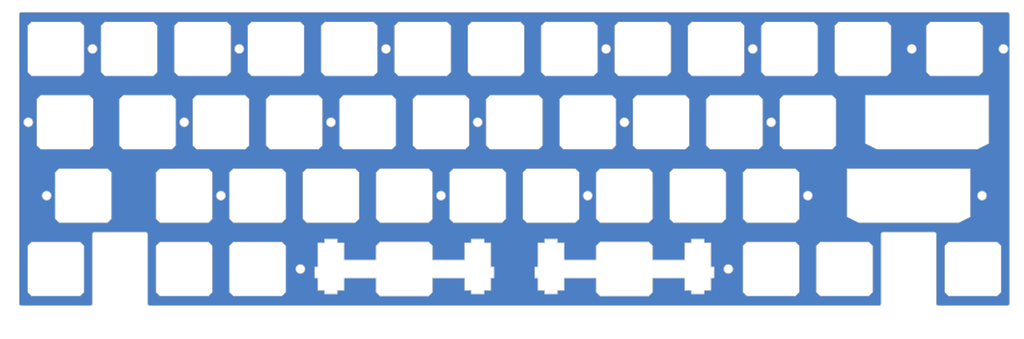
<source format=kicad_pcb>
(kicad_pcb (version 20221018) (generator pcbnew)
  (layers (0 "F.Cu" signal) (31 "B.Cu" signal) (34 "B.Paste" user) (35 "F.Paste" user) (36 "B.SilkS" user "B.Silkscreen") (37 "F.SilkS" user "F.Silkscreen") (38 "B.Mask" user) (39 "F.Mask" user) (44 "Edge.Cuts" user))
  (net 0 "")
  (net 1 "GND")
  (footprint "cipulot_parts:ecs_plate_cut_1U" (layer "F.Cu") (at 26.9875 91.28125)
    (fp_text reference "REF**")
    (fp_text value "Value " hide)
    (fp_line (start -7.3 -6) (end -7.3 6) (stroke (width 0.12)) (layer "Edge.Cuts"))
    (fp_line (start -7.3 6) (end -6.3 7) (stroke (width 0.12)) (layer "Edge.Cuts"))
    (fp_line (start -6.3 -7) (end -7.3 -6) (stroke (width 0.12)) (layer "Edge.Cuts"))
    (fp_line (start -6.3 7) (end 6.3 7) (stroke (width 0.12)) (layer "Edge.Cuts"))
    (fp_line (start 6.3 -7) (end -6.3 -7) (stroke (width 0.12)) (layer "Edge.Cuts"))
    (fp_line (start 6.3 -7) (end 7.3 -6) (stroke (width 0.12)) (layer "Edge.Cuts"))
    (fp_line (start 6.3 7) (end 7.3 6) (stroke (width 0.12)) (layer "Edge.Cuts"))
    (fp_line (start 7.3 6) (end 7.3 -6) (stroke (width 0.12)) (layer "Edge.Cuts"))
  )
  (footprint "cipulot_parts:ecs_plate_cut_1U" (layer "F.Cu") (at 136.525 72.23125)
    (fp_text reference "REF**")
    (fp_text value "Value " hide)
    (fp_line (start -7.3 -6) (end -7.3 6) (stroke (width 0.12)) (layer "Edge.Cuts"))
    (fp_line (start -7.3 6) (end -6.3 7) (stroke (width 0.12)) (layer "Edge.Cuts"))
    (fp_line (start -6.3 -7) (end -7.3 -6) (stroke (width 0.12)) (layer "Edge.Cuts"))
    (fp_line (start -6.3 7) (end 6.3 7) (stroke (width 0.12)) (layer "Edge.Cuts"))
    (fp_line (start 6.3 -7) (end -6.3 -7) (stroke (width 0.12)) (layer "Edge.Cuts"))
    (fp_line (start 6.3 -7) (end 7.3 -6) (stroke (width 0.12)) (layer "Edge.Cuts"))
    (fp_line (start 6.3 7) (end 7.3 6) (stroke (width 0.12)) (layer "Edge.Cuts"))
    (fp_line (start 7.3 6) (end 7.3 -6) (stroke (width 0.12)) (layer "Edge.Cuts"))
  )
  (footprint "cipulot_parts:ecs_plate_cut_1U" (layer "F.Cu") (at 146.05 53.18125)
    (fp_text reference "REF**")
    (fp_text value "Value " hide)
    (fp_line (start -7.3 -6) (end -7.3 6) (stroke (width 0.12)) (layer "Edge.Cuts"))
    (fp_line (start -7.3 6) (end -6.3 7) (stroke (width 0.12)) (layer "Edge.Cuts"))
    (fp_line (start -6.3 -7) (end -7.3 -6) (stroke (width 0.12)) (layer "Edge.Cuts"))
    (fp_line (start -6.3 7) (end 6.3 7) (stroke (width 0.12)) (layer "Edge.Cuts"))
    (fp_line (start 6.3 -7) (end -6.3 -7) (stroke (width 0.12)) (layer "Edge.Cuts"))
    (fp_line (start 6.3 -7) (end 7.3 -6) (stroke (width 0.12)) (layer "Edge.Cuts"))
    (fp_line (start 6.3 7) (end 7.3 6) (stroke (width 0.12)) (layer "Edge.Cuts"))
    (fp_line (start 7.3 6) (end 7.3 -6) (stroke (width 0.12)) (layer "Edge.Cuts"))
  )
  (footprint "cipulot_parts:ecs_plate_cut_1U" (layer "F.Cu") (at 46.0375 34.13125)
    (fp_text reference "REF**")
    (fp_text value "Value " hide)
    (fp_line (start -7.3 -6) (end -7.3 6) (stroke (width 0.12)) (layer "Edge.Cuts"))
    (fp_line (start -7.3 6) (end -6.3 7) (stroke (width 0.12)) (layer "Edge.Cuts"))
    (fp_line (start -6.3 -7) (end -7.3 -6) (stroke (width 0.12)) (layer "Edge.Cuts"))
    (fp_line (start -6.3 7) (end 6.3 7) (stroke (width 0.12)) (layer "Edge.Cuts"))
    (fp_line (start 6.3 -7) (end -6.3 -7) (stroke (width 0.12)) (layer "Edge.Cuts"))
    (fp_line (start 6.3 -7) (end 7.3 -6) (stroke (width 0.12)) (layer "Edge.Cuts"))
    (fp_line (start 6.3 7) (end 7.3 6) (stroke (width 0.12)) (layer "Edge.Cuts"))
    (fp_line (start 7.3 6) (end 7.3 -6) (stroke (width 0.12)) (layer "Edge.Cuts"))
  )
  (footprint "cipulot_parts:ecs_plate_cut_1U" (layer "F.Cu") (at 231.775 91.28125)
    (fp_text reference "REF**")
    (fp_text value "Value " hide)
    (fp_line (start -7.3 -6) (end -7.3 6) (stroke (width 0.12)) (layer "Edge.Cuts"))
    (fp_line (start -7.3 6) (end -6.3 7) (stroke (width 0.12)) (layer "Edge.Cuts"))
    (fp_line (start -6.3 -7) (end -7.3 -6) (stroke (width 0.12)) (layer "Edge.Cuts"))
    (fp_line (start -6.3 7) (end 6.3 7) (stroke (width 0.12)) (layer "Edge.Cuts"))
    (fp_line (start 6.3 -7) (end -6.3 -7) (stroke (width 0.12)) (layer "Edge.Cuts"))
    (fp_line (start 6.3 -7) (end 7.3 -6) (stroke (width 0.12)) (layer "Edge.Cuts"))
    (fp_line (start 6.3 7) (end 7.3 6) (stroke (width 0.12)) (layer "Edge.Cuts"))
    (fp_line (start 7.3 6) (end 7.3 -6) (stroke (width 0.12)) (layer "Edge.Cuts"))
  )
  (footprint "cipulot_parts:ecs_plate_cut_1U" (layer "F.Cu") (at 79.375 72.23125)
    (fp_text reference "REF**")
    (fp_text value "Value " hide)
    (fp_line (start -7.3 -6) (end -7.3 6) (stroke (width 0.12)) (layer "Edge.Cuts"))
    (fp_line (start -7.3 6) (end -6.3 7) (stroke (width 0.12)) (layer "Edge.Cuts"))
    (fp_line (start -6.3 -7) (end -7.3 -6) (stroke (width 0.12)) (layer "Edge.Cuts"))
    (fp_line (start -6.3 7) (end 6.3 7) (stroke (width 0.12)) (layer "Edge.Cuts"))
    (fp_line (start 6.3 -7) (end -6.3 -7) (stroke (width 0.12)) (layer "Edge.Cuts"))
    (fp_line (start 6.3 -7) (end 7.3 -6) (stroke (width 0.12)) (layer "Edge.Cuts"))
    (fp_line (start 6.3 7) (end 7.3 6) (stroke (width 0.12)) (layer "Edge.Cuts"))
    (fp_line (start 7.3 6) (end 7.3 -6) (stroke (width 0.12)) (layer "Edge.Cuts"))
  )
  (footprint "cipulot_parts:ecs_plate_cut_1U" (layer "F.Cu") (at 88.9 53.18125)
    (fp_text reference "REF**")
    (fp_text value "Value " hide)
    (fp_line (start -7.3 -6) (end -7.3 6) (stroke (width 0.12)) (layer "Edge.Cuts"))
    (fp_line (start -7.3 6) (end -6.3 7) (stroke (width 0.12)) (layer "Edge.Cuts"))
    (fp_line (start -6.3 -7) (end -7.3 -6) (stroke (width 0.12)) (layer "Edge.Cuts"))
    (fp_line (start -6.3 7) (end 6.3 7) (stroke (width 0.12)) (layer "Edge.Cuts"))
    (fp_line (start 6.3 -7) (end -6.3 -7) (stroke (width 0.12)) (layer "Edge.Cuts"))
    (fp_line (start 6.3 -7) (end 7.3 -6) (stroke (width 0.12)) (layer "Edge.Cuts"))
    (fp_line (start 6.3 7) (end 7.3 6) (stroke (width 0.12)) (layer "Edge.Cuts"))
    (fp_line (start 7.3 6) (end 7.3 -6) (stroke (width 0.12)) (layer "Edge.Cuts"))
  )
  (footprint "cipulot_parts:ecs_plate_cut_1U" (layer "F.Cu") (at 260.35 34.13125)
    (fp_text reference "REF**")
    (fp_text value "Value " hide)
    (fp_line (start -7.3 -6) (end -7.3 6) (stroke (width 0.12)) (layer "Edge.Cuts"))
    (fp_line (start -7.3 6) (end -6.3 7) (stroke (width 0.12)) (layer "Edge.Cuts"))
    (fp_line (start -6.3 -7) (end -7.3 -6) (stroke (width 0.12)) (layer "Edge.Cuts"))
    (fp_line (start -6.3 7) (end 6.3 7) (stroke (width 0.12)) (layer "Edge.Cuts"))
    (fp_line (start 6.3 -7) (end -6.3 -7) (stroke (width 0.12)) (layer "Edge.Cuts"))
    (fp_line (start 6.3 -7) (end 7.3 -6) (stroke (width 0.12)) (layer "Edge.Cuts"))
    (fp_line (start 6.3 7) (end 7.3 6) (stroke (width 0.12)) (layer "Edge.Cuts"))
    (fp_line (start 7.3 6) (end 7.3 -6) (stroke (width 0.12)) (layer "Edge.Cuts"))
  )
  (footprint "cipulot_parts:ecs_plate_cut_1U" (layer "F.Cu") (at 127 53.18125)
    (fp_text reference "REF**")
    (fp_text value "Value " hide)
    (fp_line (start -7.3 -6) (end -7.3 6) (stroke (width 0.12)) (layer "Edge.Cuts"))
    (fp_line (start -7.3 6) (end -6.3 7) (stroke (width 0.12)) (layer "Edge.Cuts"))
    (fp_line (start -6.3 -7) (end -7.3 -6) (stroke (width 0.12)) (layer "Edge.Cuts"))
    (fp_line (start -6.3 7) (end 6.3 7) (stroke (width 0.12)) (layer "Edge.Cuts"))
    (fp_line (start 6.3 -7) (end -6.3 -7) (stroke (width 0.12)) (layer "Edge.Cuts"))
    (fp_line (start 6.3 -7) (end 7.3 -6) (stroke (width 0.12)) (layer "Edge.Cuts"))
    (fp_line (start 6.3 7) (end 7.3 6) (stroke (width 0.12)) (layer "Edge.Cuts"))
    (fp_line (start 7.3 6) (end 7.3 -6) (stroke (width 0.12)) (layer "Edge.Cuts"))
  )
  (footprint "cipulot_parts:ecs_plate_cut_1U" (layer "F.Cu") (at 198.4375 34.13125)
    (fp_text reference "REF**")
    (fp_text value "Value " hide)
    (fp_line (start -7.3 -6) (end -7.3 6) (stroke (width 0.12)) (layer "Edge.Cuts"))
    (fp_line (start -7.3 6) (end -6.3 7) (stroke (width 0.12)) (layer "Edge.Cuts"))
    (fp_line (start -6.3 -7) (end -7.3 -6) (stroke (width 0.12)) (layer "Edge.Cuts"))
    (fp_line (start -6.3 7) (end 6.3 7) (stroke (width 0.12)) (layer "Edge.Cuts"))
    (fp_line (start 6.3 -7) (end -6.3 -7) (stroke (width 0.12)) (layer "Edge.Cuts"))
    (fp_line (start 6.3 -7) (end 7.3 -6) (stroke (width 0.12)) (layer "Edge.Cuts"))
    (fp_line (start 6.3 7) (end 7.3 6) (stroke (width 0.12)) (layer "Edge.Cuts"))
    (fp_line (start 7.3 6) (end 7.3 -6) (stroke (width 0.12)) (layer "Edge.Cuts"))
  )
  (footprint "cipulot_parts:ecs_plate_cut_1U" (layer "F.Cu") (at 203.2 53.18125)
    (fp_text reference "REF**")
    (fp_text value "Value " hide)
    (fp_line (start -7.3 -6) (end -7.3 6) (stroke (width 0.12)) (layer "Edge.Cuts"))
    (fp_line (start -7.3 6) (end -6.3 7) (stroke (width 0.12)) (layer "Edge.Cuts"))
    (fp_line (start -6.3 -7) (end -7.3 -6) (stroke (width 0.12)) (layer "Edge.Cuts"))
    (fp_line (start -6.3 7) (end 6.3 7) (stroke (width 0.12)) (layer "Edge.Cuts"))
    (fp_line (start 6.3 -7) (end -6.3 -7) (stroke (width 0.12)) (layer "Edge.Cuts"))
    (fp_line (start 6.3 -7) (end 7.3 -6) (stroke (width 0.12)) (layer "Edge.Cuts"))
    (fp_line (start 6.3 7) (end 7.3 6) (stroke (width 0.12)) (layer "Edge.Cuts"))
    (fp_line (start 7.3 6) (end 7.3 -6) (stroke (width 0.12)) (layer "Edge.Cuts"))
  )
  (footprint "cipulot_parts:ecs_plate_cut_1U" (layer "F.Cu") (at 165.1 53.18125)
    (fp_text reference "REF**")
    (fp_text value "Value " hide)
    (fp_line (start -7.3 -6) (end -7.3 6) (stroke (width 0.12)) (layer "Edge.Cuts"))
    (fp_line (start -7.3 6) (end -6.3 7) (stroke (width 0.12)) (layer "Edge.Cuts"))
    (fp_line (start -6.3 -7) (end -7.3 -6) (stroke (width 0.12)) (layer "Edge.Cuts"))
    (fp_line (start -6.3 7) (end 6.3 7) (stroke (width 0.12)) (layer "Edge.Cuts"))
    (fp_line (start 6.3 -7) (end -6.3 -7) (stroke (width 0.12)) (layer "Edge.Cuts"))
    (fp_line (start 6.3 -7) (end 7.3 -6) (stroke (width 0.12)) (layer "Edge.Cuts"))
    (fp_line (start 6.3 7) (end 7.3 6) (stroke (width 0.12)) (layer "Edge.Cuts"))
    (fp_line (start 7.3 6) (end 7.3 -6) (stroke (width 0.12)) (layer "Edge.Cuts"))
  )
  (footprint "cipulot_parts:ecs_plate_cut_1U" (layer "F.Cu") (at 217.4875 34.13125)
    (fp_text reference "REF**")
    (fp_text value "Value " hide)
    (fp_line (start -7.3 -6) (end -7.3 6) (stroke (width 0.12)) (layer "Edge.Cuts"))
    (fp_line (start -7.3 6) (end -6.3 7) (stroke (width 0.12)) (layer "Edge.Cuts"))
    (fp_line (start -6.3 -7) (end -7.3 -6) (stroke (width 0.12)) (layer "Edge.Cuts"))
    (fp_line (start -6.3 7) (end 6.3 7) (stroke (width 0.12)) (layer "Edge.Cuts"))
    (fp_line (start 6.3 -7) (end -6.3 -7) (stroke (width 0.12)) (layer "Edge.Cuts"))
    (fp_line (start 6.3 -7) (end 7.3 -6) (stroke (width 0.12)) (layer "Edge.Cuts"))
    (fp_line (start 6.3 7) (end 7.3 6) (stroke (width 0.12)) (layer "Edge.Cuts"))
    (fp_line (start 7.3 6) (end 7.3 -6) (stroke (width 0.12)) (layer "Edge.Cuts"))
  )
  (footprint "cipulot_parts:ecs_plate_cut_1U" (layer "F.Cu") (at 117.475 72.23125)
    (fp_text reference "REF**")
    (fp_text value "Value " hide)
    (fp_line (start -7.3 -6) (end -7.3 6) (stroke (width 0.12)) (layer "Edge.Cuts"))
    (fp_line (start -7.3 6) (end -6.3 7) (stroke (width 0.12)) (layer "Edge.Cuts"))
    (fp_line (start -6.3 -7) (end -7.3 -6) (stroke (width 0.12)) (layer "Edge.Cuts"))
    (fp_line (start -6.3 7) (end 6.3 7) (stroke (width 0.12)) (layer "Edge.Cuts"))
    (fp_line (start 6.3 -7) (end -6.3 -7) (stroke (width 0.12)) (layer "Edge.Cuts"))
    (fp_line (start 6.3 -7) (end 7.3 -6) (stroke (width 0.12)) (layer "Edge.Cuts"))
    (fp_line (start 6.3 7) (end 7.3 6) (stroke (width 0.12)) (layer "Edge.Cuts"))
    (fp_line (start 7.3 6) (end 7.3 -6) (stroke (width 0.12)) (layer "Edge.Cuts"))
  )
  (footprint "cipulot_parts:ecs_plate_cut_1U" (layer "F.Cu") (at 84.137501 34.13125)
    (fp_text reference "REF**")
    (fp_text value "Value " hide)
    (fp_line (start -7.3 -6) (end -7.3 6) (stroke (width 0.12)) (layer "Edge.Cuts"))
    (fp_line (start -7.3 6) (end -6.3 7) (stroke (width 0.12)) (layer "Edge.Cuts"))
    (fp_line (start -6.3 -7) (end -7.3 -6) (stroke (width 0.12)) (layer "Edge.Cuts"))
    (fp_line (start -6.3 7) (end 6.3 7) (stroke (width 0.12)) (layer "Edge.Cuts"))
    (fp_line (start 6.3 -7) (end -6.3 -7) (stroke (width 0.12)) (layer "Edge.Cuts"))
    (fp_line (start 6.3 -7) (end 7.3 -6) (stroke (width 0.12)) (layer "Edge.Cuts"))
    (fp_line (start 6.3 7) (end 7.3 6) (stroke (width 0.12)) (layer "Edge.Cuts"))
    (fp_line (start 7.3 6) (end 7.3 -6) (stroke (width 0.12)) (layer "Edge.Cuts"))
  )
  (footprint "cipulot_parts:ecs_plate_cut_1U" (layer "F.Cu") (at 34.13125 72.23125)
    (fp_text reference "REF**")
    (fp_text value "Value " hide)
    (fp_line (start -7.3 -6) (end -7.3 6) (stroke (width 0.12)) (layer "Edge.Cuts"))
    (fp_line (start -7.3 6) (end -6.3 7) (stroke (width 0.12)) (layer "Edge.Cuts"))
    (fp_line (start -6.3 -7) (end -7.3 -6) (stroke (width 0.12)) (layer "Edge.Cuts"))
    (fp_line (start -6.3 7) (end 6.3 7) (stroke (width 0.12)) (layer "Edge.Cuts"))
    (fp_line (start 6.3 -7) (end -6.3 -7) (stroke (width 0.12)) (layer "Edge.Cuts"))
    (fp_line (start 6.3 -7) (end 7.3 -6) (stroke (width 0.12)) (layer "Edge.Cuts"))
    (fp_line (start 6.3 7) (end 7.3 6) (stroke (width 0.12)) (layer "Edge.Cuts"))
    (fp_line (start 7.3 6) (end 7.3 -6) (stroke (width 0.12)) (layer "Edge.Cuts"))
  )
  (footprint "cipulot_parts:ecs_plate_cut_1U" (layer "F.Cu") (at 155.575 72.23125)
    (fp_text reference "REF**")
    (fp_text value "Value " hide)
    (fp_line (start -7.3 -6) (end -7.3 6) (stroke (width 0.12)) (layer "Edge.Cuts"))
    (fp_line (start -7.3 6) (end -6.3 7) (stroke (width 0.12)) (layer "Edge.Cuts"))
    (fp_line (start -6.3 -7) (end -7.3 -6) (stroke (width 0.12)) (layer "Edge.Cuts"))
    (fp_line (start -6.3 7) (end 6.3 7) (stroke (width 0.12)) (layer "Edge.Cuts"))
    (fp_line (start 6.3 -7) (end -6.3 -7) (stroke (width 0.12)) (layer "Edge.Cuts"))
    (fp_line (start 6.3 -7) (end 7.3 -6) (stroke (width 0.12)) (layer "Edge.Cuts"))
    (fp_line (start 6.3 7) (end 7.3 6) (stroke (width 0.12)) (layer "Edge.Cuts"))
    (fp_line (start 7.3 6) (end 7.3 -6) (stroke (width 0.12)) (layer "Edge.Cuts"))
  )
  (footprint "cipulot_parts:ecs_plate_cut_1U" (layer "F.Cu") (at 60.325 72.23125)
    (fp_text reference "REF**")
    (fp_text value "Value " hide)
    (fp_line (start -7.3 -6) (end -7.3 6) (stroke (width 0.12)) (layer "Edge.Cuts"))
    (fp_line (start -7.3 6) (end -6.3 7) (stroke (width 0.12)) (layer "Edge.Cuts"))
    (fp_line (start -6.3 -7) (end -7.3 -6) (stroke (width 0.12)) (layer "Edge.Cuts"))
    (fp_line (start -6.3 7) (end 6.3 7) (stroke (width 0.12)) (layer "Edge.Cuts"))
    (fp_line (start 6.3 -7) (end -6.3 -7) (stroke (width 0.12)) (layer "Edge.Cuts"))
    (fp_line (start 6.3 -7) (end 7.3 -6) (stroke (width 0.12)) (layer "Edge.Cuts"))
    (fp_line (start 6.3 7) (end 7.3 6) (stroke (width 0.12)) (layer "Edge.Cuts"))
    (fp_line (start 7.3 6) (end 7.3 -6) (stroke (width 0.12)) (layer "Edge.Cuts"))
  )
  (footprint "cipulot_parts:ecs_plate_cut_1U" (layer "F.Cu") (at 50.8 53.18125)
    (fp_text reference "REF**")
    (fp_text value "Value " hide)
    (fp_line (start -7.3 -6) (end -7.3 6) (stroke (width 0.12)) (layer "Edge.Cuts"))
    (fp_line (start -7.3 6) (end -6.3 7) (stroke (width 0.12)) (layer "Edge.Cuts"))
    (fp_line (start -6.3 -7) (end -7.3 -6) (stroke (width 0.12)) (layer "Edge.Cuts"))
    (fp_line (start -6.3 7) (end 6.3 7) (stroke (width 0.12)) (layer "Edge.Cuts"))
    (fp_line (start 6.3 -7) (end -6.3 -7) (stroke (width 0.12)) (layer "Edge.Cuts"))
    (fp_line (start 6.3 -7) (end 7.3 -6) (stroke (width 0.12)) (layer "Edge.Cuts"))
    (fp_line (start 6.3 7) (end 7.3 6) (stroke (width 0.12)) (layer "Edge.Cuts"))
    (fp_line (start 7.3 6) (end 7.3 -6) (stroke (width 0.12)) (layer "Edge.Cuts"))
  )
  (footprint "cipulot_parts:ecs_plate_cut_1U" (layer "F.Cu") (at 107.95 53.18125)
    (fp_text reference "REF**")
    (fp_text value "Value " hide)
    (fp_line (start -7.3 -6) (end -7.3 6) (stroke (width 0.12)) (layer "Edge.Cuts"))
    (fp_line (start -7.3 6) (end -6.3 7) (stroke (width 0.12)) (layer "Edge.Cuts"))
    (fp_line (start -6.3 -7) (end -7.3 -6) (stroke (width 0.12)) (layer "Edge.Cuts"))
    (fp_line (start -6.3 7) (end 6.3 7) (stroke (width 0.12)) (layer "Edge.Cuts"))
    (fp_line (start 6.3 -7) (end -6.3 -7) (stroke (width 0.12)) (layer "Edge.Cuts"))
    (fp_line (start 6.3 -7) (end 7.3 -6) (stroke (width 0.12)) (layer "Edge.Cuts"))
    (fp_line (start 6.3 7) (end 7.3 6) (stroke (width 0.12)) (layer "Edge.Cuts"))
    (fp_line (start 7.3 6) (end 7.3 -6) (stroke (width 0.12)) (layer "Edge.Cuts"))
  )
  (footprint "cipulot_parts:ecs_plate_cut_1U" (layer "F.Cu") (at 65.0875 34.13125)
    (fp_text reference "REF**")
    (fp_text value "Value " hide)
    (fp_line (start -7.3 -6) (end -7.3 6) (stroke (width 0.12)) (layer "Edge.Cuts"))
    (fp_line (start -7.3 6) (end -6.3 7) (stroke (width 0.12)) (layer "Edge.Cuts"))
    (fp_line (start -6.3 -7) (end -7.3 -6) (stroke (width 0.12)) (layer "Edge.Cuts"))
    (fp_line (start -6.3 7) (end 6.3 7) (stroke (width 0.12)) (layer "Edge.Cuts"))
    (fp_line (start 6.3 -7) (end -6.3 -7) (stroke (width 0.12)) (layer "Edge.Cuts"))
    (fp_line (start 6.3 -7) (end 7.3 -6) (stroke (width 0.12)) (layer "Edge.Cuts"))
    (fp_line (start 6.3 7) (end 7.3 6) (stroke (width 0.12)) (layer "Edge.Cuts"))
    (fp_line (start 7.3 6) (end 7.3 -6) (stroke (width 0.12)) (layer "Edge.Cuts"))
  )
  (footprint "cipulot_parts:ecs_plate_cut_1U" (layer "F.Cu") (at 141.2875 34.13125)
    (fp_text reference "REF**")
    (fp_text value "Value " hide)
    (fp_line (start -7.3 -6) (end -7.3 6) (stroke (width 0.12)) (layer "Edge.Cuts"))
    (fp_line (start -7.3 6) (end -6.3 7) (stroke (width 0.12)) (layer "Edge.Cuts"))
    (fp_line (start -6.3 -7) (end -7.3 -6) (stroke (width 0.12)) (layer "Edge.Cuts"))
    (fp_line (start -6.3 7) (end 6.3 7) (stroke (width 0.12)) (layer "Edge.Cuts"))
    (fp_line (start 6.3 -7) (end -6.3 -7) (stroke (width 0.12)) (layer "Edge.Cuts"))
    (fp_line (start 6.3 -7) (end 7.3 -6) (stroke (width 0.12)) (layer "Edge.Cuts"))
    (fp_line (start 6.3 7) (end 7.3 6) (stroke (width 0.12)) (layer "Edge.Cuts"))
    (fp_line (start 7.3 6) (end 7.3 -6) (stroke (width 0.12)) (layer "Edge.Cuts"))
  )
  (footprint "cipulot_parts:ecs_plate_cut_1U" (layer "F.Cu") (at 29.36875 53.18125)
    (fp_text reference "REF**")
    (fp_text value "Value " hide)
    (fp_line (start -7.3 -6) (end -7.3 6) (stroke (width 0.12)) (layer "Edge.Cuts"))
    (fp_line (start -7.3 6) (end -6.3 7) (stroke (width 0.12)) (layer "Edge.Cuts"))
    (fp_line (start -6.3 -7) (end -7.3 -6) (stroke (width 0.12)) (layer "Edge.Cuts"))
    (fp_line (start -6.3 7) (end 6.3 7) (stroke (width 0.12)) (layer "Edge.Cuts"))
    (fp_line (start 6.3 -7) (end -6.3 -7) (stroke (width 0.12)) (layer "Edge.Cuts"))
    (fp_line (start 6.3 -7) (end 7.3 -6) (stroke (width 0.12)) (layer "Edge.Cuts"))
    (fp_line (start 6.3 7) (end 7.3 6) (stroke (width 0.12)) (layer "Edge.Cuts"))
    (fp_line (start 7.3 6) (end 7.3 -6) (stroke (width 0.12)) (layer "Edge.Cuts"))
  )
  (footprint "cipulot_parts:ecs_plate_cut_1U" (layer "F.Cu") (at 160.3375 34.13125)
    (fp_text reference "REF**")
    (fp_text value "Value " hide)
    (fp_line (start -7.3 -6) (end -7.3 6) (stroke (width 0.12)) (layer "Edge.Cuts"))
    (fp_line (start -7.3 6) (end -6.3 7) (stroke (width 0.12)) (layer "Edge.Cuts"))
    (fp_line (start -6.3 -7) (end -7.3 -6) (stroke (width 0.12)) (layer "Edge.Cuts"))
    (fp_line (start -6.3 7) (end 6.3 7) (stroke (width 0.12)) (layer "Edge.Cuts"))
    (fp_line (start 6.3 -7) (end -6.3 -7) (stroke (width 0.12)) (layer "Edge.Cuts"))
    (fp_line (start 6.3 -7) (end 7.3 -6) (stroke (width 0.12)) (layer "Edge.Cuts"))
    (fp_line (start 6.3 7) (end 7.3 6) (stroke (width 0.12)) (layer "Edge.Cuts"))
    (fp_line (start 7.3 6) (end 7.3 -6) (stroke (width 0.12)) (layer "Edge.Cuts"))
  )
  (footprint "cipulot_parts:ecs_plate_cut_1U" (layer "F.Cu") (at 79.375 91.28125)
    (fp_text reference "REF**")
    (fp_text value "Value " hide)
    (fp_line (start -7.3 -6) (end -7.3 6) (stroke (width 0.12)) (layer "Edge.Cuts"))
    (fp_line (start -7.3 6) (end -6.3 7) (stroke (width 0.12)) (layer "Edge.Cuts"))
    (fp_line (start -6.3 -7) (end -7.3 -6) (stroke (width 0.12)) (layer "Edge.Cuts"))
    (fp_line (start -6.3 7) (end 6.3 7) (stroke (width 0.12)) (layer "Edge.Cuts"))
    (fp_line (start 6.3 -7) (end -6.3 -7) (stroke (width 0.12)) (layer "Edge.Cuts"))
    (fp_line (start 6.3 -7) (end 7.3 -6) (stroke (width 0.12)) (layer "Edge.Cuts"))
    (fp_line (start 6.3 7) (end 7.3 6) (stroke (width 0.12)) (layer "Edge.Cuts"))
    (fp_line (start 7.3 6) (end 7.3 -6) (stroke (width 0.12)) (layer "Edge.Cuts"))
  )
  (footprint "cipulot_parts:ecs_plate_cut_1U" (layer "F.Cu") (at 122.2375 34.13125)
    (fp_text reference "REF**")
    (fp_text value "Value " hide)
    (fp_line (start -7.3 -6) (end -7.3 6) (stroke (width 0.12)) (layer "Edge.Cuts"))
    (fp_line (start -7.3 6) (end -6.3 7) (stroke (width 0.12)) (layer "Edge.Cuts"))
    (fp_line (start -6.3 -7) (end -7.3 -6) (stroke (width 0.12)) (layer "Edge.Cuts"))
    (fp_line (start -6.3 7) (end 6.3 7) (stroke (width 0.12)) (layer "Edge.Cuts"))
    (fp_line (start 6.3 -7) (end -6.3 -7) (stroke (width 0.12)) (layer "Edge.Cuts"))
    (fp_line (start 6.3 -7) (end 7.3 -6) (stroke (width 0.12)) (layer "Edge.Cuts"))
    (fp_line (start 6.3 7) (end 7.3 6) (stroke (width 0.12)) (layer "Edge.Cuts"))
    (fp_line (start 7.3 6) (end 7.3 -6) (stroke (width 0.12)) (layer "Edge.Cuts"))
  )
  (footprint "cipulot_parts:ecs_plate_cut_1U" (layer "F.Cu") (at 212.725 72.23125)
    (fp_text reference "REF**")
    (fp_text value "Value " hide)
    (fp_line (start -7.3 -6) (end -7.3 6) (stroke (width 0.12)) (layer "Edge.Cuts"))
    (fp_line (start -7.3 6) (end -6.3 7) (stroke (width 0.12)) (layer "Edge.Cuts"))
    (fp_line (start -6.3 -7) (end -7.3 -6) (stroke (width 0.12)) (layer "Edge.Cuts"))
    (fp_line (start -6.3 7) (end 6.3 7) (stroke (width 0.12)) (layer "Edge.Cuts"))
    (fp_line (start 6.3 -7) (end -6.3 -7) (stroke (width 0.12)) (layer "Edge.Cuts"))
    (fp_line (start 6.3 -7) (end 7.3 -6) (stroke (width 0.12)) (layer "Edge.Cuts"))
    (fp_line (start 6.3 7) (end 7.3 6) (stroke (width 0.12)) (layer "Edge.Cuts"))
    (fp_line (start 7.3 6) (end 7.3 -6) (stroke (width 0.12)) (layer "Edge.Cuts"))
  )
  (footprint "cipulot_parts:ecs_plate_cut_1U" (layer "F.Cu") (at 69.85 53.18125)
    (fp_text reference "REF**")
    (fp_text value "Value " hide)
    (fp_line (start -7.3 -6) (end -7.3 6) (stroke (width 0.12)) (layer "Edge.Cuts"))
    (fp_line (start -7.3 6) (end -6.3 7) (stroke (width 0.12)) (layer "Edge.Cuts"))
    (fp_line (start -6.3 -7) (end -7.3 -6) (stroke (width 0.12)) (layer "Edge.Cuts"))
    (fp_line (start -6.3 7) (end 6.3 7) (stroke (width 0.12)) (layer "Edge.Cuts"))
    (fp_line (start 6.3 -7) (end -6.3 -7) (stroke (width 0.12)) (layer "Edge.Cuts"))
    (fp_line (start 6.3 -7) (end 7.3 -6) (stroke (width 0.12)) (layer "Edge.Cuts"))
    (fp_line (start 6.3 7) (end 7.3 6) (stroke (width 0.12)) (layer "Edge.Cuts"))
    (fp_line (start 7.3 6) (end 7.3 -6) (stroke (width 0.12)) (layer "Edge.Cuts"))
  )
  (footprint "cipulot_parts:ecs_plate_cut_1U" (layer "F.Cu") (at 212.725 91.28125)
    (fp_text reference "REF**")
    (fp_text value "Value " hide)
    (fp_line (start -7.3 -6) (end -7.3 6) (stroke (width 0.12)) (layer "Edge.Cuts"))
    (fp_line (start -7.3 6) (end -6.3 7) (stroke (width 0.12)) (layer "Edge.Cuts"))
    (fp_line (start -6.3 -7) (end -7.3 -6) (stroke (width 0.12)) (layer "Edge.Cuts"))
    (fp_line (start -6.3 7) (end 6.3 7) (stroke (width 0.12)) (layer "Edge.Cuts"))
    (fp_line (start 6.3 -7) (end -6.3 -7) (stroke (width 0.12)) (layer "Edge.Cuts"))
    (fp_line (start 6.3 -7) (end 7.3 -6) (stroke (width 0.12)) (layer "Edge.Cuts"))
    (fp_line (start 6.3 7) (end 7.3 6) (stroke (width 0.12)) (layer "Edge.Cuts"))
    (fp_line (start 7.3 6) (end 7.3 -6) (stroke (width 0.12)) (layer "Edge.Cuts"))
  )
  (footprint "cipulot_parts:ecs_plate_cut_2U" (layer "F.Cu") (at 248.44375 72.23125)
    (fp_text reference "REF**")
    (fp_text value "Value " hide)
    (fp_line (start -16 -7) (end 16 -7) (stroke (width 0.12)) (layer "Edge.Cuts"))
    (fp_line (start -16 0) (end -16 -7) (stroke (width 0.12)) (layer "Edge.Cuts"))
    (fp_line (start -16 0) (end -16 5.5) (stroke (width 0.12)) (layer "Edge.Cuts"))
    (fp_line (start -16 5.5) (end -13 7) (stroke (width 0.12)) (layer "Edge.Cuts"))
    (fp_line (start 13 7) (end -13 7) (stroke (width 0.12)) (layer "Edge.Cuts"))
    (fp_line (start 16 -7) (end 16 0) (stroke (width 0.12)) (layer "Edge.Cuts"))
    (fp_line (start 16 0) (end 16 5.5) (stroke (width 0.12)) (layer "Edge.Cuts"))
    (fp_line (start 16 5.5) (end 13 7) (stroke (width 0.12)) (layer "Edge.Cuts"))
  )
  (footprint "cipulot_parts:ecs_plate_cut_1U" (layer "F.Cu") (at 174.625 72.23125)
    (fp_text reference "REF**")
    (fp_text value "Value " hide)
    (fp_line (start -7.3 -6) (end -7.3 6) (stroke (width 0.12)) (layer "Edge.Cuts"))
    (fp_line (start -7.3 6) (end -6.3 7) (stroke (width 0.12)) (layer "Edge.Cuts"))
    (fp_line (start -6.3 -7) (end -7.3 -6) (stroke (width 0.12)) (layer "Edge.Cuts"))
    (fp_line (start -6.3 7) (end 6.3 7) (stroke (width 0.12)) (layer "Edge.Cuts"))
    (fp_line (start 6.3 -7) (end -6.3 -7) (stroke (width 0.12)) (layer "Edge.Cuts"))
    (fp_line (start 6.3 -7) (end 7.3 -6) (stroke (width 0.12)) (layer "Edge.Cuts"))
    (fp_line (start 6.3 7) (end 7.3 6) (stroke (width 0.12)) (layer "Edge.Cuts"))
    (fp_line (start 7.3 6) (end 7.3 -6) (stroke (width 0.12)) (layer "Edge.Cuts"))
  )
  (footprint "cipulot_parts:ecs_plate_cut_1U" (layer "F.Cu") (at 98.425 72.23125)
    (fp_text reference "REF**")
    (fp_text value "Value " hide)
    (fp_line (start -7.3 -6) (end -7.3 6) (stroke (width 0.12)) (layer "Edge.Cuts"))
    (fp_line (start -7.3 6) (end -6.3 7) (stroke (width 0.12)) (layer "Edge.Cuts"))
    (fp_line (start -6.3 -7) (end -7.3 -6) (stroke (width 0.12)) (layer "Edge.Cuts"))
    (fp_line (start -6.3 7) (end 6.3 7) (stroke (width 0.12)) (layer "Edge.Cuts"))
    (fp_line (start 6.3 -7) (end -6.3 -7) (stroke (width 0.12)) (layer "Edge.Cuts"))
    (fp_line (start 6.3 -7) (end 7.3 -6) (stroke (width 0.12)) (layer "Edge.Cuts"))
    (fp_line (start 6.3 7) (end 7.3 6) (stroke (width 0.12)) (layer "Edge.Cuts"))
    (fp_line (start 7.3 6) (end 7.3 -6) (stroke (width 0.12)) (layer "Edge.Cuts"))
  )
  (footprint "cipulot_parts:ecs_plate_cut_1U" (layer "F.Cu") (at 222.25 53.18125)
    (fp_text reference "REF**")
    (fp_text value "Value " hide)
    (fp_line (start -7.3 -6) (end -7.3 6) (stroke (width 0.12)) (layer "Edge.Cuts"))
    (fp_line (start -7.3 6) (end -6.3 7) (stroke (width 0.12)) (layer "Edge.Cuts"))
    (fp_line (start -6.3 -7) (end -7.3 -6) (stroke (width 0.12)) (layer "Edge.Cuts"))
    (fp_line (start -6.3 7) (end 6.3 7) (stroke (width 0.12)) (layer "Edge.Cuts"))
    (fp_line (start 6.3 -7) (end -6.3 -7) (stroke (width 0.12)) (layer "Edge.Cuts"))
    (fp_line (start 6.3 -7) (end 7.3 -6) (stroke (width 0.12)) (layer "Edge.Cuts"))
    (fp_line (start 6.3 7) (end 7.3 6) (stroke (width 0.12)) (layer "Edge.Cuts"))
    (fp_line (start 7.3 6) (end 7.3 -6) (stroke (width 0.12)) (layer "Edge.Cuts"))
  )
  (footprint "cipulot_parts:ecs_plate_cut_1U" (layer "F.Cu") (at 236.5375 34.13125)
    (fp_text reference "REF**")
    (fp_text value "Value " hide)
    (fp_line (start -7.3 -6) (end -7.3 6) (stroke (width 0.12)) (layer "Edge.Cuts"))
    (fp_line (start -7.3 6) (end -6.3 7) (stroke (width 0.12)) (layer "Edge.Cuts"))
    (fp_line (start -6.3 -7) (end -7.3 -6) (stroke (width 0.12)) (layer "Edge.Cuts"))
    (fp_line (start -6.3 7) (end 6.3 7) (stroke (width 0.12)) (layer "Edge.Cuts"))
    (fp_line (start 6.3 -7) (end -6.3 -7) (stroke (width 0.12)) (layer "Edge.Cuts"))
    (fp_line (start 6.3 -7) (end 7.3 -6) (stroke (width 0.12)) (layer "Edge.Cuts"))
    (fp_line (start 6.3 7) (end 7.3 6) (stroke (width 0.12)) (layer "Edge.Cuts"))
    (fp_line (start 7.3 6) (end 7.3 -6) (stroke (width 0.12)) (layer "Edge.Cuts"))
  )
  (footprint "cipulot_parts:ecs_plate_cut_1U" (layer "F.Cu") (at 193.675 72.23125)
    (fp_text reference "REF**")
    (fp_text value "Value " hide)
    (fp_line (start -7.3 -6) (end -7.3 6) (stroke (width 0.12)) (layer "Edge.Cuts"))
    (fp_line (start -7.3 6) (end -6.3 7) (stroke (width 0.12)) (layer "Edge.Cuts"))
    (fp_line (start -6.3 -7) (end -7.3 -6) (stroke (width 0.12)) (layer "Edge.Cuts"))
    (fp_line (start -6.3 7) (end 6.3 7) (stroke (width 0.12)) (layer "Edge.Cuts"))
    (fp_line (start 6.3 -7) (end -6.3 -7) (stroke (width 0.12)) (layer "Edge.Cuts"))
    (fp_line (start 6.3 -7) (end 7.3 -6) (stroke (width 0.12)) (layer "Edge.Cuts"))
    (fp_line (start 6.3 7) (end 7.3 6) (stroke (width 0.12)) (layer "Edge.Cuts"))
    (fp_line (start 7.3 6) (end 7.3 -6) (stroke (width 0.12)) (layer "Edge.Cuts"))
  )
  (footprint "cipulot_parts:ecs_plate_cut_1U" (layer "F.Cu") (at 103.1875 34.13125)
    (fp_text reference "REF**")
    (fp_text value "Value " hide)
    (fp_line (start -7.3 -6) (end -7.3 6) (stroke (width 0.12)) (layer "Edge.Cuts"))
    (fp_line (start -7.3 6) (end -6.3 7) (stroke (width 0.12)) (layer "Edge.Cuts"))
    (fp_line (start -6.3 -7) (end -7.3 -6) (stroke (width 0.12)) (layer "Edge.Cuts"))
    (fp_line (start -6.3 7) (end 6.3 7) (stroke (width 0.12)) (layer "Edge.Cuts"))
    (fp_line (start 6.3 -7) (end -6.3 -7) (stroke (width 0.12)) (layer "Edge.Cuts"))
    (fp_line (start 6.3 -7) (end 7.3 -6) (stroke (width 0.12)) (layer "Edge.Cuts"))
    (fp_line (start 6.3 7) (end 7.3 6) (stroke (width 0.12)) (layer "Edge.Cuts"))
    (fp_line (start 7.3 6) (end 7.3 -6) (stroke (width 0.12)) (layer "Edge.Cuts"))
  )
  (footprint "cipulot_parts:ecs_plate_cut_2U" (layer "F.Cu") (at 253.20625 53.18125)
    (fp_text reference "REF**")
    (fp_text value "Value " hide)
    (fp_line (start -16 -7) (end 16 -7) (stroke (width 0.12)) (layer "Edge.Cuts"))
    (fp_line (start -16 0) (end -16 -7) (stroke (width 0.12)) (layer "Edge.Cuts"))
    (fp_line (start -16 0) (end -16 5.5) (stroke (width 0.12)) (layer "Edge.Cuts"))
    (fp_line (start -16 5.5) (end -13 7) (stroke (width 0.12)) (layer "Edge.Cuts"))
    (fp_line (start 13 7) (end -13 7) (stroke (width 0.12)) (layer "Edge.Cuts"))
    (fp_line (start 16 -7) (end 16 0) (stroke (width 0.12)) (layer "Edge.Cuts"))
    (fp_line (start 16 0) (end 16 5.5) (stroke (width 0.12)) (layer "Edge.Cuts"))
    (fp_line (start 16 5.5) (end 13 7) (stroke (width 0.12)) (layer "Edge.Cuts"))
  )
  (footprint "cipulot_parts:ecs_plate_cut_1U" (layer "F.Cu") (at 184.15 53.18125)
    (fp_text reference "REF**")
    (fp_text value "Value " hide)
    (fp_line (start -7.3 -6) (end -7.3 6) (stroke (width 0.12)) (layer "Edge.Cuts"))
    (fp_line (start -7.3 6) (end -6.3 7) (stroke (width 0.12)) (layer "Edge.Cuts"))
    (fp_line (start -6.3 -7) (end -7.3 -6) (stroke (width 0.12)) (layer "Edge.Cuts"))
    (fp_line (start -6.3 7) (end 6.3 7) (stroke (width 0.12)) (layer "Edge.Cuts"))
    (fp_line (start 6.3 -7) (end -6.3 -7) (stroke (width 0.12)) (layer "Edge.Cuts"))
    (fp_line (start 6.3 -7) (end 7.3 -6) (stroke (width 0.12)) (layer "Edge.Cuts"))
    (fp_line (start 6.3 7) (end 7.3 6) (stroke (width 0.12)) (layer "Edge.Cuts"))
    (fp_line (start 7.3 6) (end 7.3 -6) (stroke (width 0.12)) (layer "Edge.Cuts"))
  )
  (footprint "cipulot_parts:ecs_plate_cut_1U" (layer "F.Cu") (at 179.3875 34.13125)
    (fp_text reference "REF**")
    (fp_text value "Value " hide)
    (fp_line (start -7.3 -6) (end -7.3 6) (stroke (width 0.12)) (layer "Edge.Cuts"))
    (fp_line (start -7.3 6) (end -6.3 7) (stroke (width 0.12)) (layer "Edge.Cuts"))
    (fp_line (start -6.3 -7) (end -7.3 -6) (stroke (width 0.12)) (layer "Edge.Cuts"))
    (fp_line (start -6.3 7) (end 6.3 7) (stroke (width 0.12)) (layer "Edge.Cuts"))
    (fp_line (start 6.3 -7) (end -6.3 -7) (stroke (width 0.12)) (layer "Edge.Cuts"))
    (fp_line (start 6.3 -7) (end 7.3 -6) (stroke (width 0.12)) (layer "Edge.Cuts"))
    (fp_line (start 6.3 7) (end 7.3 6) (stroke (width 0.12)) (layer "Edge.Cuts"))
    (fp_line (start 7.3 6) (end 7.3 -6) (stroke (width 0.12)) (layer "Edge.Cuts"))
  )
  (footprint "cipulot_parts:ecs_plate_cut_1U" (layer "F.Cu") (at 265.1125 91.28125)
    (fp_text reference "REF**")
    (fp_text value "Value " hide)
    (fp_line (start -7.3 -6) (end -7.3 6) (stroke (width 0.12)) (layer "Edge.Cuts"))
    (fp_line (start -7.3 6) (end -6.3 7) (stroke (width 0.12)) (layer "Edge.Cuts"))
    (fp_line (start -6.3 -7) (end -7.3 -6) (stroke (width 0.12)) (layer "Edge.Cuts"))
    (fp_line (start -6.3 7) (end 6.3 7) (stroke (width 0.12)) (layer "Edge.Cuts"))
    (fp_line (start 6.3 -7) (end -6.3 -7) (stroke (width 0.12)) (layer "Edge.Cuts"))
    (fp_line (start 6.3 -7) (end 7.3 -6) (stroke (width 0.12)) (layer "Edge.Cuts"))
    (fp_line (start 6.3 7) (end 7.3 6) (stroke (width 0.12)) (layer "Edge.Cuts"))
    (fp_line (start 7.3 6) (end 7.3 -6) (stroke (width 0.12)) (layer "Edge.Cuts"))
  )
  (footprint "cipulot_parts:ecs_plate_cut_1U" (layer "F.Cu") (at 60.325 91.28125)
    (fp_text reference "REF**")
    (fp_text value "Value " hide)
    (fp_line (start -7.3 -6) (end -7.3 6) (stroke (width 0.12)) (layer "Edge.Cuts"))
    (fp_line (start -7.3 6) (end -6.3 7) (stroke (width 0.12)) (layer "Edge.Cuts"))
    (fp_line (start -6.3 -7) (end -7.3 -6) (stroke (width 0.12)) (layer "Edge.Cuts"))
    (fp_line (start -6.3 7) (end 6.3 7) (stroke (width 0.12)) (layer "Edge.Cuts"))
    (fp_line (start 6.3 -7) (end -6.3 -7) (stroke (width 0.12)) (layer "Edge.Cuts"))
    (fp_line (start 6.3 -7) (end 7.3 -6) (stroke (width 0.12)) (layer "Edge.Cuts"))
    (fp_line (start 6.3 7) (end 7.3 6) (stroke (width 0.12)) (layer "Edge.Cuts"))
    (fp_line (start 7.3 6) (end 7.3 -6) (stroke (width 0.12)) (layer "Edge.Cuts"))
  )
  (footprint "cipulot_parts:ecs_plate_cut_1U" (layer "F.Cu") (at 26.9875 34.13125)
    (fp_text reference "REF**")
    (fp_text value "Value " hide)
    (fp_line (start -7.3 -6) (end -7.3 6) (stroke (width 0.12)) (layer "Edge.Cuts"))
    (fp_line (start -7.3 6) (end -6.3 7) (stroke (width 0.12)) (layer "Edge.Cuts"))
    (fp_line (start -6.3 -7) (end -7.3 -6) (stroke (width 0.12)) (layer "Edge.Cuts"))
    (fp_line (start -6.3 7) (end 6.3 7) (stroke (width 0.12)) (layer "Edge.Cuts"))
    (fp_line (start 6.3 -7) (end -6.3 -7) (stroke (width 0.12)) (layer "Edge.Cuts"))
    (fp_line (start 6.3 -7) (end 7.3 -6) (stroke (width 0.12)) (layer "Edge.Cuts"))
    (fp_line (start 6.3 7) (end 7.3 6) (stroke (width 0.12)) (layer "Edge.Cuts"))
    (fp_line (start 7.3 6) (end 7.3 -6) (stroke (width 0.12)) (layer "Edge.Cuts"))
  )
  (gr_line (start 195.32515 83.53225) (end 192.02475 83.53225) (stroke (width 0.2)) (layer "Edge.Cuts"))
  (gr_line (start 152.20085 96.81225) (end 153.92485 96.81225) (stroke (width 0.2)) (layer "Edge.Cuts"))
  (gr_circle (center 24.60625 72.23125) (end 25.75625 72.23125) (stroke (width 0.2)) (fill none) (layer "Edge.Cuts"))
  (gr_line (start 181.926649 93.58162) (end 190.30085 93.58225) (stroke (width 0.2)) (layer "Edge.Cuts"))
  (gr_arc (start 50.3 81.75625) (mid 50.653553 81.902697) (end 50.8 82.25625) (stroke (width 0.2)) (layer "Edge.Cuts"))
  (gr_circle (center 249.2375 34.13125) (end 250.3875 34.13125) (stroke (width 0.2)) (fill none) (layer "Edge.Cuts"))
  (gr_circle (center 169.8625 34.13125) (end 171.0125 34.13125) (stroke (width 0.2)) (fill none) (layer "Edge.Cuts"))
  (gr_arc (start 241.3 100.30625) (mid 241.153553 100.659803) (end 240.8 100.80625) (stroke (width 0.2)) (layer "Edge.Cuts"))
  (gr_arc (start 241.3 82.25625) (mid 241.446447 81.902697) (end 241.8 81.75625) (stroke (width 0.2)) (layer "Edge.Cuts"))
  (gr_line (start 157.22515 84.51125) (end 157.22515 83.53225) (stroke (width 0.2)) (layer "Edge.Cuts"))
  (gr_line (start 17.4625 100.30625) (end 17.4625 25.10625) (stroke (width 0.2)) (layer "Edge.Cuts"))
  (gr_line (start 197.05045 90.78225) (end 197.05045 84.51125) (stroke (width 0.2)) (layer "Edge.Cuts"))
  (gr_line (start 138.17515 96.81225) (end 139.90045 96.81225) (stroke (width 0.2)) (layer "Edge.Cuts"))
  (gr_line (start 134.87475 97.73225) (end 138.17515 97.73225) (stroke (width 0.2)) (layer "Edge.Cuts"))
  (gr_line (start 96.77485 84.51125) (end 95.05085 84.51125) (stroke (width 0.2)) (layer "Edge.Cuts"))
  (gr_line (start 167.323351 88.98175) (end 158.95055 88.98225) (stroke (width 0.2)) (layer "Edge.Cuts"))
  (gr_line (start 180.925 98.28125) (end 181.925 97.28125) (stroke (width 0.2)) (layer "Edge.Cuts"))
  (gr_line (start 197.05045 93.58225) (end 197.87585 93.58225) (stroke (width 0.2)) (layer "Edge.Cuts"))
  (gr_line (start 153.92485 96.81225) (end 153.92485 97.73225) (stroke (width 0.2)) (layer "Edge.Cuts"))
  (gr_line (start 195.32515 97.73225) (end 195.32515 96.81225) (stroke (width 0.2)) (layer "Edge.Cuts"))
  (gr_line (start 139.90045 96.81225) (end 139.90045 93.58225) (stroke (width 0.2)) (layer "Edge.Cuts"))
  (gr_line (start 138.17515 84.51125) (end 138.17515 83.53225) (stroke (width 0.2)) (layer "Edge.Cuts"))
  (gr_line (start 94.22535 90.78225) (end 94.22535 93.58225) (stroke (width 0.2)) (layer "Edge.Cuts"))
  (gr_line (start 101.80055 96.81225) (end 101.80055 93.58225) (stroke (width 0.2)) (layer "Edge.Cuts"))
  (gr_line (start 181.926649 93.58162) (end 181.925 97.28125) (stroke (width 0.2)) (layer "Edge.Cuts"))
  (gr_line (start 50.3 81.75625) (end 37.0125 81.75625) (stroke (width 0.2)) (layer "Edge.Cuts"))
  (gr_line (start 139.90045 93.58225) (end 140.72585 93.58225) (stroke (width 0.2)) (layer "Edge.Cuts"))
  (gr_line (start 241.3 82.25625) (end 241.3 100.30625) (stroke (width 0.2)) (layer "Edge.Cuts"))
  (gr_line (start 180.925 84.28125) (end 181.925 85.28125) (stroke (width 0.2)) (layer "Edge.Cuts"))
  (gr_line (start 123.775 98.28125) (end 124.775 97.28125) (stroke (width 0.2)) (layer "Edge.Cuts"))
  (gr_line (start 100.07515 96.81225) (end 101.80055 96.81225) (stroke (width 0.2)) (layer "Edge.Cuts"))
  (gr_line (start 167.325 97.28125) (end 168.325 98.28125) (stroke (width 0.2)) (layer "Edge.Cuts"))
  (gr_line (start 111.175 84.28125) (end 110.175 85.28125) (stroke (width 0.2)) (layer "Edge.Cuts"))
  (gr_arc (start 17.9625 100.80625) (mid 17.608947 100.659803) (end 17.4625 100.30625) (stroke (width 0.2)) (layer "Edge.Cuts"))
  (gr_circle (center 60.325 53.18125) (end 61.475 53.18125) (stroke (width 0.2)) (fill none) (layer "Edge.Cuts"))
  (gr_line (start 167.325 85.28125) (end 167.323351 88.98175) (stroke (width 0.2)) (layer "Edge.Cuts"))
  (gr_line (start 152.20085 93.58225) (end 152.20085 96.81225) (stroke (width 0.2)) (layer "Edge.Cuts"))
  (gr_arc (start 274.6375 100.30625) (mid 274.491053 100.659803) (end 274.1375 100.80625) (stroke (width 0.2)) (layer "Edge.Cuts"))
  (gr_line (start 181.925 85.28125) (end 181.923351 88.98175) (stroke (width 0.2)) (layer "Edge.Cuts"))
  (gr_line (start 190.30085 84.51125) (end 190.30085 88.98225) (stroke (width 0.2)) (layer "Edge.Cuts"))
  (gr_circle (center 207.9625 34.13125) (end 209.1125 34.13125) (stroke (width 0.2)) (fill none) (layer "Edge.Cuts"))
  (gr_line (start 96.77485 83.53225) (end 96.77485 84.51125) (stroke (width 0.2)) (layer "Edge.Cuts"))
  (gr_line (start 134.87475 84.51125) (end 133.15085 84.51125) (stroke (width 0.2)) (layer "Edge.Cuts"))
  (gr_arc (start 274.1375 24.60625) (mid 274.491053 24.752697) (end 274.6375 25.10625) (stroke (width 0.2)) (layer "Edge.Cuts"))
  (gr_line (start 195.32515 96.81225) (end 197.05045 96.81225) (stroke (width 0.2)) (layer "Edge.Cuts"))
  (gr_line (start 101.80055 88.98225) (end 101.80055 84.51125) (stroke (width 0.2)) (layer "Edge.Cuts"))
  (gr_line (start 158.95055 96.81225) (end 158.95055 93.58225) (stroke (width 0.2)) (layer "Edge.Cuts"))
  (gr_circle (center 36.5125 34.13125) (end 37.6625 34.13125) (stroke (width 0.2)) (fill none) (layer "Edge.Cuts"))
  (gr_circle (center 212.725 53.18125) (end 213.875 53.18125) (stroke (width 0.2)) (fill none) (layer "Edge.Cuts"))
  (gr_line (start 96.77485 97.73225) (end 100.07515 97.73225) (stroke (width 0.2)) (layer "Edge.Cuts"))
  (gr_line (start 124.776649 93.58162) (end 124.775 97.28125) (stroke (width 0.2)) (layer "Edge.Cuts"))
  (gr_circle (center 127 72.23125) (end 128.15 72.23125) (stroke (width 0.2)) (fill none) (layer "Edge.Cuts"))
  (gr_arc (start 255.0875 81.75625) (mid 255.441053 81.902697) (end 255.5875 82.25625) (stroke (width 0.2)) (layer "Edge.Cuts"))
  (gr_circle (center 90.4875 91.28125) (end 91.6375 91.28125) (stroke (width 0.2)) (fill none) (layer "Edge.Cuts"))
  (gr_line (start 96.77485 96.81225) (end 96.77485 97.73225) (stroke (width 0.2)) (layer "Edge.Cuts"))
  (gr_circle (center 165.1 72.23125) (end 166.25 72.23125) (stroke (width 0.2)) (fill none) (layer "Edge.Cuts"))
  (gr_line (start 95.05085 84.51125) (end 95.05085 90.78225) (stroke (width 0.2)) (layer "Edge.Cuts"))
  (gr_line (start 151.37535 93.58225) (end 152.20085 93.58225) (stroke (width 0.2)) (layer "Edge.Cuts"))
  (gr_line (start 197.05045 96.81225) (end 197.05045 93.58225) (stroke (width 0.2)) (layer "Edge.Cuts"))
  (gr_line (start 240.8 100.80625) (end 51.3 100.80625) (stroke (width 0.2)) (layer "Edge.Cuts"))
  (gr_line (start 274.1375 100.80625) (end 256.0875 100.80625) (stroke (width 0.2)) (layer "Edge.Cuts"))
  (gr_arc (start 51.3 100.80625) (mid 50.946447 100.659803) (end 50.8 100.30625) (stroke (width 0.2)) (layer "Edge.Cuts"))
  (gr_line (start 255.0875 81.75625) (end 241.8 81.75625) (stroke (width 0.2)) (layer "Edge.Cuts"))
  (gr_line (start 140.72585 90.78225) (end 139.90045 90.78225) (stroke (width 0.2)) (layer "Edge.Cuts"))
  (gr_line (start 139.90045 84.51125) (end 138.17515 84.51125) (stroke (width 0.2)) (layer "Edge.Cuts"))
  (gr_line (start 110.176649 93.58162) (end 110.175 97.28125) (stroke (width 0.2)) (layer "Edge.Cuts"))
  (gr_line (start 36.0125 100.80625) (end 17.9625 100.80625) (stroke (width 0.2)) (layer "Edge.Cuts"))
  (gr_circle (center 222.25 72.23125) (end 223.4 72.23125) (stroke (width 0.2)) (fill none) (layer "Edge.Cuts"))
  (gr_line (start 158.95055 88.98225) (end 158.95055 84.51125) (stroke (width 0.2)) (layer "Edge.Cuts"))
  (gr_line (start 124.775 85.28125) (end 124.773351 88.98175) (stroke (width 0.2)) (layer "Edge.Cuts"))
  (gr_line (start 50.8 100.30625) (end 50.8 82.25625) (stroke (width 0.2)) (layer "Edge.Cuts"))
  (gr_line (start 100.07515 83.53225) (end 96.77485 83.53225) (stroke (width 0.2)) (layer "Edge.Cuts"))
  (gr_line (start 168.325 98.28125) (end 180.925 98.28125) (stroke (width 0.2)) (layer "Edge.Cuts"))
  (gr_line (start 111.175 84.28125) (end 123.775 84.28125) (stroke (width 0.2)) (layer "Edge.Cuts"))
  (gr_line (start 138.17515 83.53225) (end 134.87475 83.53225) (stroke (width 0.2)) (layer "Edge.Cuts"))
  (gr_line (start 133.15085 88.98225) (end 124.773351 88.98175) (stroke (width 0.2)) (layer "Edge.Cuts"))
  (gr_line (start 110.173351 88.98175) (end 101.80055 88.98225) (stroke (width 0.2)) (layer "Edge.Cuts"))
  (gr_line (start 95.05085 96.81225) (end 96.77485 96.81225) (stroke (width 0.2)) (layer "Edge.Cuts"))
  (gr_line (start 195.32515 84.51125) (end 195.32515 83.53225) (stroke (width 0.2)) (layer "Edge.Cuts"))
  (gr_line (start 197.87585 90.78225) (end 197.05045 90.78225) (stroke (width 0.2)) (layer "Edge.Cuts"))
  (gr_line (start 101.80055 93.58225) (end 110.176649 93.58162) (stroke (width 0.2)) (layer "Edge.Cuts"))
  (gr_circle (center 69.85 72.23125) (end 71 72.23125) (stroke (width 0.2)) (fill none) (layer "Edge.Cuts"))
  (gr_line (start 192.02475 96.81225) (end 192.02475 97.73225) (stroke (width 0.2)) (layer "Edge.Cuts"))
  (gr_line (start 151.37535 90.78225) (end 151.37535 93.58225) (stroke (width 0.2)) (layer "Edge.Cuts"))
  (gr_line (start 110.175 97.28125) (end 111.175 98.28125) (stroke (width 0.2)) (layer "Edge.Cuts"))
  (gr_line (start 138.17515 97.73225) (end 138.17515 96.81225) (stroke (width 0.2)) (layer "Edge.Cuts"))
  (gr_line (start 100.07515 84.51125) (end 100.07515 83.53225) (stroke (width 0.2)) (layer "Edge.Cuts"))
  (gr_line (start 157.22515 96.81225) (end 158.95055 96.81225) (stroke (width 0.2)) (layer "Edge.Cuts"))
  (gr_line (start 158.95055 84.51125) (end 157.22515 84.51125) (stroke (width 0.2)) (layer "Edge.Cuts"))
  (gr_line (start 153.92485 83.53225) (end 153.92485 84.51125) (stroke (width 0.2)) (layer "Edge.Cuts"))
  (gr_line (start 100.07515 97.73225) (end 100.07515 96.81225) (stroke (width 0.2)) (layer "Edge.Cuts"))
  (gr_line (start 192.02475 97.73225) (end 195.32515 97.73225) (stroke (width 0.2)) (layer "Edge.Cuts"))
  (gr_line (start 158.95055 93.58225) (end 167.326649 93.58162) (stroke (width 0.2)) (layer "Edge.Cuts"))
  (gr_line (start 133.15085 84.51125) (end 133.15085 88.98225) (stroke (width 0.2)) (layer "Edge.Cuts"))
  (gr_line (start 255.5875 100.30625) (end 255.5875 82.25625) (stroke (width 0.2)) (layer "Edge.Cuts"))
  (gr_circle (center 74.6125 34.13125) (end 75.7625 34.13125) (stroke (width 0.2)) (fill none) (layer "Edge.Cuts"))
  (gr_line (start 192.02475 83.53225) (end 192.02475 84.51125) (stroke (width 0.2)) (layer "Edge.Cuts"))
  (gr_line (start 140.72585 93.58225) (end 140.72585 90.78225) (stroke (width 0.2)) (layer "Edge.Cuts"))
  (gr_circle (center 201.6125 91.28125) (end 202.7625 91.28125) (stroke (width 0.2)) (fill none) (layer "Edge.Cuts"))
  (gr_circle (center 98.425 53.18125) (end 99.575 53.18125) (stroke (width 0.2)) (fill none) (layer "Edge.Cuts"))
  (gr_line (start 157.22515 83.53225) (end 153.92485 83.53225) (stroke (width 0.2)) (layer "Edge.Cuts"))
  (gr_arc (start 256.0875 100.80625) (mid 255.733947 100.659803) (end 255.5875 100.30625) (stroke (width 0.2)) (layer "Edge.Cuts"))
  (gr_line (start 36.5125 82.25625) (end 36.5125 100.30625) (stroke (width 0.2)) (layer "Edge.Cuts"))
  (gr_circle (center 267.49375 72.23125) (end 268.64375 72.23125) (stroke (width 0.2)) (fill none) (layer "Edge.Cuts"))
  (gr_circle (center 273.05 34.13125) (end 274.2 34.13125) (stroke (width 0.2)) (fill none) (layer "Edge.Cuts"))
  (gr_line (start 17.9625 24.60625) (end 274.1375 24.60625) (stroke (width 0.2)) (layer "Edge.Cuts"))
  (gr_line (start 157.22515 97.73225) (end 157.22515 96.81225) (stroke (width 0.2)) (layer "Edge.Cuts"))
  (gr_line (start 190.30085 93.58225) (end 190.30085 96.81225) (stroke (width 0.2)) (layer "Edge.Cuts"))
  (gr_circle (center 112.7125 34.13125) (end 113.8625 34.13125) (stroke (width 0.2)) (fill none) (layer "Edge.Cuts"))
  (gr_line (start 110.175 85.28125) (end 110.173351 88.98175) (stroke (width 0.2)) (layer "Edge.Cuts"))
  (gr_line (start 133.15085 96.81225) (end 134.87475 96.81225) (stroke (width 0.2)) (layer "Edge.Cuts"))
  (gr_line (start 168.325 84.28125) (end 180.925 84.28125) (stroke (width 0.2)) (layer "Edge.Cuts"))
  (gr_line (start 134.87475 83.53225) (end 134.87475 84.51125) (stroke (width 0.2)) (layer "Edge.Cuts"))
  (gr_line (start 94.22535 93.58225) (end 95.05085 93.58225) (stroke (width 0.2)) (layer "Edge.Cuts"))
  (gr_line (start 95.05085 90.78225) (end 94.22535 90.78225) (stroke (width 0.2)) (layer "Edge.Cuts"))
  (gr_circle (center 174.625 53.18125) (end 175.775 53.18125) (stroke (width 0.2)) (fill none) (layer "Edge.Cuts"))
  (gr_arc (start 17.4625 25.10625) (mid 17.608947 24.752697) (end 17.9625 24.60625) (stroke (width 0.2)) (layer "Edge.Cuts"))
  (gr_line (start 111.175 98.28125) (end 123.775 98.28125) (stroke (width 0.2)) (layer "Edge.Cuts"))
  (gr_line (start 152.20085 90.78225) (end 151.37535 90.78225) (stroke (width 0.2)) (layer "Edge.Cuts"))
  (gr_circle (center 136.525 53.18125) (end 137.675 53.18125) (stroke (width 0.2)) (fill none) (layer "Edge.Cuts"))
  (gr_line (start 167.326649 93.58162) (end 167.325 97.28125) (stroke (width 0.2)) (layer "Edge.Cuts"))
  (gr_circle (center 19.84375 53.18125) (end 20.99375 53.18125) (stroke (width 0.2)) (fill none) (layer "Edge.Cuts"))
  (gr_line (start 168.325 84.28125) (end 167.325 85.28125) (stroke (width 0.2)) (layer "Edge.Cuts"))
  (gr_line (start 192.02475 84.51125) (end 190.30085 84.51125) (stroke (width 0.2)) (layer "Edge.Cuts"))
  (gr_line (start 101.80055 84.51125) (end 100.07515 84.51125) (stroke (width 0.2)) (layer "Edge.Cuts"))
  (gr_line (start 123.775 84.28125) (end 124.775 85.28125) (stroke (width 0.2)) (layer "Edge.Cuts"))
  (gr_line (start 139.90045 90.78225) (end 139.90045 84.51125) (stroke (width 0.2)) (layer "Edge.Cuts"))
  (gr_line (start 134.87475 96.81225) (end 134.87475 97.73225) (stroke (width 0.2)) (layer "Edge.Cuts"))
  (gr_line (start 152.20085 84.51125) (end 152.20085 90.78225) (stroke (width 0.2)) (layer "Edge.Cuts"))
  (gr_line (start 133.15085 93.58225) (end 133.15085 96.81225) (stroke (width 0.2)) (layer "Edge.Cuts"))
  (gr_line (start 197.87585 93.58225) (end 197.87585 90.78225) (stroke (width 0.2)) (layer "Edge.Cuts"))
  (gr_line (start 190.30085 88.98225) (end 181.923351 88.98175) (stroke (width 0.2)) (layer "Edge.Cuts"))
  (gr_line (start 197.05045 84.51125) (end 195.32515 84.51125) (stroke (width 0.2)) (layer "Edge.Cuts"))
  (gr_line (start 153.92485 97.73225) (end 157.22515 97.73225) (stroke (width 0.2)) (layer "Edge.Cuts"))
  (gr_line (start 190.30085 96.81225) (end 192.02475 96.81225) (stroke (width 0.2)) (layer "Edge.Cuts"))
  (gr_arc (start 36.5125 82.25625) (mid 36.658947 81.902697) (end 37.0125 81.75625) (stroke (width 0.2)) (layer "Edge.Cuts"))
  (gr_line (start 153.92485 84.51125) (end 152.20085 84.51125) (stroke (width 0.2)) (layer "Edge.Cuts"))
  (gr_line (start 274.6375 25.10625) (end 274.6375 100.30625) (stroke (width 0.2)) (layer "Edge.Cuts"))
  (gr_line (start 124.776649 93.58162) (end 133.15085 93.58225) (stroke (width 0.2)) (layer "Edge.Cuts"))
  (gr_line (start 95.05085 93.58225) (end 95.05085 96.81225) (stroke (width 0.2)) (layer "Edge.Cuts"))
  (gr_arc (start 36.5125 100.30625) (mid 36.366053 100.659803) (end 36.0125 100.80625) (stroke (width 0.2)) (layer "Edge.Cuts"))
  (zone (net 1) (net_name "GND") (layers "F&B.Cu") (connect_pads (clearance 0.5)) (min_thickness 0.25) (fill yes (thermal_gap 0.5) (thermal_bridge_width 0.5) (island_removal_mode 1) (island_area_min 10))
    (polygon (pts (xy 12.49375 21.43125) (xy 278.4 21.43125) (xy 278.4 109.5375) (xy 12.49375 108.74375)))
  )
)
</source>
